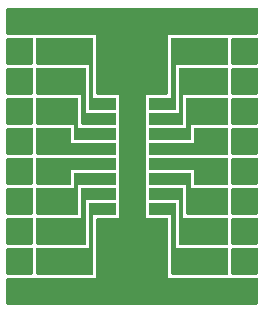
<source format=gbr>
%TF.GenerationSoftware,KiCad,Pcbnew,(6.0.10)*%
%TF.CreationDate,2023-01-04T22:27:33+01:00*%
%TF.ProjectId,SOIC-20 Breakout,534f4943-2d32-4302-9042-7265616b6f75,rev?*%
%TF.SameCoordinates,Original*%
%TF.FileFunction,Copper,L1,Top*%
%TF.FilePolarity,Positive*%
%FSLAX46Y46*%
G04 Gerber Fmt 4.6, Leading zero omitted, Abs format (unit mm)*
G04 Created by KiCad (PCBNEW (6.0.10)) date 2023-01-04 22:27:33*
%MOMM*%
%LPD*%
G01*
G04 APERTURE LIST*
G04 APERTURE END LIST*
%TA.AperFunction,NonConductor*%
G36*
X160509694Y-91585306D02*
G01*
X160528000Y-91629500D01*
X160528000Y-93790500D01*
X160509694Y-93834694D01*
X160465500Y-93853000D01*
X156083000Y-93853000D01*
X156083000Y-97600500D01*
X156064694Y-97644694D01*
X156020500Y-97663000D01*
X153859500Y-97663000D01*
X153815306Y-97644694D01*
X153797000Y-97600500D01*
X153797000Y-96709500D01*
X153815306Y-96665306D01*
X153859500Y-96647000D01*
X155702000Y-96647000D01*
X155702000Y-91629500D01*
X155720306Y-91585306D01*
X155764500Y-91567000D01*
X160465500Y-91567000D01*
X160509694Y-91585306D01*
G37*
%TD.AperFunction*%
%TA.AperFunction,NonConductor*%
G36*
X163010121Y-91587002D02*
G01*
X163056614Y-91640658D01*
X163068000Y-91693000D01*
X163068000Y-93727000D01*
X163047998Y-93795121D01*
X162994342Y-93841614D01*
X162942000Y-93853000D01*
X160908000Y-93853000D01*
X160839879Y-93832998D01*
X160793386Y-93779342D01*
X160782000Y-93727000D01*
X160782000Y-91693000D01*
X160802002Y-91624879D01*
X160855658Y-91578386D01*
X160908000Y-91567000D01*
X162942000Y-91567000D01*
X163010121Y-91587002D01*
G37*
%TD.AperFunction*%
%TA.AperFunction,NonConductor*%
G36*
X143960121Y-94127002D02*
G01*
X144006614Y-94180658D01*
X144018000Y-94233000D01*
X144018000Y-96267000D01*
X143997998Y-96335121D01*
X143944342Y-96381614D01*
X143892000Y-96393000D01*
X141858000Y-96393000D01*
X141789879Y-96372998D01*
X141743386Y-96319342D01*
X141732000Y-96267000D01*
X141732000Y-94233000D01*
X141752002Y-94164879D01*
X141805658Y-94118386D01*
X141858000Y-94107000D01*
X143892000Y-94107000D01*
X143960121Y-94127002D01*
G37*
%TD.AperFunction*%
%TA.AperFunction,NonConductor*%
G36*
X143960121Y-104287002D02*
G01*
X144006614Y-104340658D01*
X144018000Y-104393000D01*
X144018000Y-106427000D01*
X143997998Y-106495121D01*
X143944342Y-106541614D01*
X143892000Y-106553000D01*
X141858000Y-106553000D01*
X141789879Y-106532998D01*
X141743386Y-106479342D01*
X141732000Y-106427000D01*
X141732000Y-104393000D01*
X141752002Y-104324879D01*
X141805658Y-104278386D01*
X141858000Y-104267000D01*
X143892000Y-104267000D01*
X143960121Y-104287002D01*
G37*
%TD.AperFunction*%
%TA.AperFunction,NonConductor*%
G36*
X160509694Y-96665306D02*
G01*
X160528000Y-96709500D01*
X160528000Y-98870500D01*
X160509694Y-98914694D01*
X160465500Y-98933000D01*
X157353000Y-98933000D01*
X157353000Y-100140500D01*
X157334694Y-100184694D01*
X157290500Y-100203000D01*
X153859500Y-100203000D01*
X153815306Y-100184694D01*
X153797000Y-100140500D01*
X153797000Y-99249500D01*
X153815306Y-99205306D01*
X153859500Y-99187000D01*
X156972000Y-99187000D01*
X156972000Y-96709500D01*
X156990306Y-96665306D01*
X157034500Y-96647000D01*
X160465500Y-96647000D01*
X160509694Y-96665306D01*
G37*
%TD.AperFunction*%
%TA.AperFunction,NonConductor*%
G36*
X157334694Y-103015306D02*
G01*
X157353000Y-103059500D01*
X157353000Y-104267000D01*
X160465500Y-104267000D01*
X160509694Y-104285306D01*
X160528000Y-104329500D01*
X160528000Y-106490500D01*
X160509694Y-106534694D01*
X160465500Y-106553000D01*
X157034500Y-106553000D01*
X156990306Y-106534694D01*
X156972000Y-106490500D01*
X156972000Y-104013000D01*
X153859500Y-104013000D01*
X153815306Y-103994694D01*
X153797000Y-103950500D01*
X153797000Y-103059500D01*
X153815306Y-103015306D01*
X153859500Y-102997000D01*
X157290500Y-102997000D01*
X157334694Y-103015306D01*
G37*
%TD.AperFunction*%
%TA.AperFunction,NonConductor*%
G36*
X163010121Y-89047002D02*
G01*
X163056614Y-89100658D01*
X163068000Y-89153000D01*
X163068000Y-91187000D01*
X163047998Y-91255121D01*
X162994342Y-91301614D01*
X162942000Y-91313000D01*
X155448000Y-91313000D01*
X155448000Y-96267000D01*
X155427998Y-96335121D01*
X155374342Y-96381614D01*
X155322000Y-96393000D01*
X153543000Y-96393000D01*
X153543000Y-106807000D01*
X155322000Y-106807000D01*
X155390121Y-106827002D01*
X155436614Y-106880658D01*
X155448000Y-106933000D01*
X155448000Y-111887000D01*
X162942000Y-111887000D01*
X163010121Y-111907002D01*
X163056614Y-111960658D01*
X163068000Y-112013000D01*
X163068000Y-114047000D01*
X163047998Y-114115121D01*
X162994342Y-114161614D01*
X162942000Y-114173000D01*
X141858000Y-114173000D01*
X141789879Y-114152998D01*
X141743386Y-114099342D01*
X141732000Y-114047000D01*
X141732000Y-112013000D01*
X141752002Y-111944879D01*
X141805658Y-111898386D01*
X141858000Y-111887000D01*
X149352000Y-111887000D01*
X149352000Y-106933000D01*
X149372002Y-106864879D01*
X149425658Y-106818386D01*
X149478000Y-106807000D01*
X151257000Y-106807000D01*
X151257000Y-96393000D01*
X149478000Y-96393000D01*
X149409879Y-96372998D01*
X149363386Y-96319342D01*
X149352000Y-96267000D01*
X149352000Y-91313000D01*
X141858000Y-91313000D01*
X141789879Y-91292998D01*
X141743386Y-91239342D01*
X141732000Y-91187000D01*
X141732000Y-89153000D01*
X141752002Y-89084879D01*
X141805658Y-89038386D01*
X141858000Y-89027000D01*
X162942000Y-89027000D01*
X163010121Y-89047002D01*
G37*
%TD.AperFunction*%
%TA.AperFunction,NonConductor*%
G36*
X163010121Y-94127002D02*
G01*
X163056614Y-94180658D01*
X163068000Y-94233000D01*
X163068000Y-96267000D01*
X163047998Y-96335121D01*
X162994342Y-96381614D01*
X162942000Y-96393000D01*
X160908000Y-96393000D01*
X160839879Y-96372998D01*
X160793386Y-96319342D01*
X160782000Y-96267000D01*
X160782000Y-94233000D01*
X160802002Y-94164879D01*
X160855658Y-94118386D01*
X160908000Y-94107000D01*
X162942000Y-94107000D01*
X163010121Y-94127002D01*
G37*
%TD.AperFunction*%
%TA.AperFunction,NonConductor*%
G36*
X143960121Y-106827002D02*
G01*
X144006614Y-106880658D01*
X144018000Y-106933000D01*
X144018000Y-108967000D01*
X143997998Y-109035121D01*
X143944342Y-109081614D01*
X143892000Y-109093000D01*
X141858000Y-109093000D01*
X141789879Y-109072998D01*
X141743386Y-109019342D01*
X141732000Y-108967000D01*
X141732000Y-106933000D01*
X141752002Y-106864879D01*
X141805658Y-106818386D01*
X141858000Y-106807000D01*
X143892000Y-106807000D01*
X143960121Y-106827002D01*
G37*
%TD.AperFunction*%
%TA.AperFunction,NonConductor*%
G36*
X163010121Y-104287002D02*
G01*
X163056614Y-104340658D01*
X163068000Y-104393000D01*
X163068000Y-106427000D01*
X163047998Y-106495121D01*
X162994342Y-106541614D01*
X162942000Y-106553000D01*
X160908000Y-106553000D01*
X160839879Y-106532998D01*
X160793386Y-106479342D01*
X160782000Y-106427000D01*
X160782000Y-104393000D01*
X160802002Y-104324879D01*
X160855658Y-104278386D01*
X160908000Y-104267000D01*
X162942000Y-104267000D01*
X163010121Y-104287002D01*
G37*
%TD.AperFunction*%
%TA.AperFunction,NonConductor*%
G36*
X156699694Y-104285306D02*
G01*
X156718000Y-104329500D01*
X156718000Y-106807000D01*
X160465500Y-106807000D01*
X160509694Y-106825306D01*
X160528000Y-106869500D01*
X160528000Y-109030500D01*
X160509694Y-109074694D01*
X160465500Y-109093000D01*
X156399500Y-109093000D01*
X156355306Y-109074694D01*
X156337000Y-109030500D01*
X156337000Y-105283000D01*
X153859500Y-105283000D01*
X153815306Y-105264694D01*
X153797000Y-105220500D01*
X153797000Y-104329500D01*
X153815306Y-104285306D01*
X153859500Y-104267000D01*
X156655500Y-104267000D01*
X156699694Y-104285306D01*
G37*
%TD.AperFunction*%
%TA.AperFunction,NonConductor*%
G36*
X163010121Y-106827002D02*
G01*
X163056614Y-106880658D01*
X163068000Y-106933000D01*
X163068000Y-108967000D01*
X163047998Y-109035121D01*
X162994342Y-109081614D01*
X162942000Y-109093000D01*
X160908000Y-109093000D01*
X160839879Y-109072998D01*
X160793386Y-109019342D01*
X160782000Y-108967000D01*
X160782000Y-106933000D01*
X160802002Y-106864879D01*
X160855658Y-106818386D01*
X160908000Y-106807000D01*
X162942000Y-106807000D01*
X163010121Y-106827002D01*
G37*
%TD.AperFunction*%
%TA.AperFunction,NonConductor*%
G36*
X143960121Y-101747002D02*
G01*
X144006614Y-101800658D01*
X144018000Y-101853000D01*
X144018000Y-103887000D01*
X143997998Y-103955121D01*
X143944342Y-104001614D01*
X143892000Y-104013000D01*
X141858000Y-104013000D01*
X141789879Y-103992998D01*
X141743386Y-103939342D01*
X141732000Y-103887000D01*
X141732000Y-101853000D01*
X141752002Y-101784879D01*
X141805658Y-101738386D01*
X141858000Y-101727000D01*
X143892000Y-101727000D01*
X143960121Y-101747002D01*
G37*
%TD.AperFunction*%
%TA.AperFunction,NonConductor*%
G36*
X156064694Y-105555306D02*
G01*
X156083000Y-105599500D01*
X156083000Y-109347000D01*
X160465500Y-109347000D01*
X160509694Y-109365306D01*
X160528000Y-109409500D01*
X160528000Y-111570500D01*
X160509694Y-111614694D01*
X160465500Y-111633000D01*
X155764500Y-111633000D01*
X155720306Y-111614694D01*
X155702000Y-111570500D01*
X155702000Y-106553000D01*
X153859500Y-106553000D01*
X153815306Y-106534694D01*
X153797000Y-106490500D01*
X153797000Y-105599500D01*
X153815306Y-105555306D01*
X153859500Y-105537000D01*
X156020500Y-105537000D01*
X156064694Y-105555306D01*
G37*
%TD.AperFunction*%
%TA.AperFunction,NonConductor*%
G36*
X148444694Y-94125306D02*
G01*
X148463000Y-94169500D01*
X148463000Y-97917000D01*
X150940500Y-97917000D01*
X150984694Y-97935306D01*
X151003000Y-97979500D01*
X151003000Y-98870500D01*
X150984694Y-98914694D01*
X150940500Y-98933000D01*
X148144500Y-98933000D01*
X148100306Y-98914694D01*
X148082000Y-98870500D01*
X148082000Y-96393000D01*
X144334500Y-96393000D01*
X144290306Y-96374694D01*
X144272000Y-96330500D01*
X144272000Y-94169500D01*
X144290306Y-94125306D01*
X144334500Y-94107000D01*
X148400500Y-94107000D01*
X148444694Y-94125306D01*
G37*
%TD.AperFunction*%
%TA.AperFunction,NonConductor*%
G36*
X163010121Y-109367002D02*
G01*
X163056614Y-109420658D01*
X163068000Y-109473000D01*
X163068000Y-111507000D01*
X163047998Y-111575121D01*
X162994342Y-111621614D01*
X162942000Y-111633000D01*
X160908000Y-111633000D01*
X160839879Y-111612998D01*
X160793386Y-111559342D01*
X160782000Y-111507000D01*
X160782000Y-109473000D01*
X160802002Y-109404879D01*
X160855658Y-109358386D01*
X160908000Y-109347000D01*
X162942000Y-109347000D01*
X163010121Y-109367002D01*
G37*
%TD.AperFunction*%
%TA.AperFunction,NonConductor*%
G36*
X150984694Y-101745306D02*
G01*
X151003000Y-101789500D01*
X151003000Y-102680500D01*
X150984694Y-102724694D01*
X150940500Y-102743000D01*
X147193000Y-102743000D01*
X147193000Y-103950500D01*
X147174694Y-103994694D01*
X147130500Y-104013000D01*
X144334500Y-104013000D01*
X144290306Y-103994694D01*
X144272000Y-103950500D01*
X144272000Y-101789500D01*
X144290306Y-101745306D01*
X144334500Y-101727000D01*
X150940500Y-101727000D01*
X150984694Y-101745306D01*
G37*
%TD.AperFunction*%
%TA.AperFunction,NonConductor*%
G36*
X163010121Y-99207002D02*
G01*
X163056614Y-99260658D01*
X163068000Y-99313000D01*
X163068000Y-101347000D01*
X163047998Y-101415121D01*
X162994342Y-101461614D01*
X162942000Y-101473000D01*
X160908000Y-101473000D01*
X160839879Y-101452998D01*
X160793386Y-101399342D01*
X160782000Y-101347000D01*
X160782000Y-99313000D01*
X160802002Y-99244879D01*
X160855658Y-99198386D01*
X160908000Y-99187000D01*
X162942000Y-99187000D01*
X163010121Y-99207002D01*
G37*
%TD.AperFunction*%
%TA.AperFunction,NonConductor*%
G36*
X160509694Y-99205306D02*
G01*
X160528000Y-99249500D01*
X160528000Y-101410500D01*
X160509694Y-101454694D01*
X160465500Y-101473000D01*
X153859500Y-101473000D01*
X153815306Y-101454694D01*
X153797000Y-101410500D01*
X153797000Y-100519500D01*
X153815306Y-100475306D01*
X153859500Y-100457000D01*
X157607000Y-100457000D01*
X157607000Y-99249500D01*
X157625306Y-99205306D01*
X157669500Y-99187000D01*
X160465500Y-99187000D01*
X160509694Y-99205306D01*
G37*
%TD.AperFunction*%
%TA.AperFunction,NonConductor*%
G36*
X149079694Y-91585306D02*
G01*
X149098000Y-91629500D01*
X149098000Y-96647000D01*
X150940500Y-96647000D01*
X150984694Y-96665306D01*
X151003000Y-96709500D01*
X151003000Y-97600500D01*
X150984694Y-97644694D01*
X150940500Y-97663000D01*
X148779500Y-97663000D01*
X148735306Y-97644694D01*
X148717000Y-97600500D01*
X148717000Y-93853000D01*
X144334500Y-93853000D01*
X144290306Y-93834694D01*
X144272000Y-93790500D01*
X144272000Y-91629500D01*
X144290306Y-91585306D01*
X144334500Y-91567000D01*
X149035500Y-91567000D01*
X149079694Y-91585306D01*
G37*
%TD.AperFunction*%
%TA.AperFunction,NonConductor*%
G36*
X150984694Y-105555306D02*
G01*
X151003000Y-105599500D01*
X151003000Y-106490500D01*
X150984694Y-106534694D01*
X150940500Y-106553000D01*
X149098000Y-106553000D01*
X149098000Y-111570500D01*
X149079694Y-111614694D01*
X149035500Y-111633000D01*
X144334500Y-111633000D01*
X144290306Y-111614694D01*
X144272000Y-111570500D01*
X144272000Y-109409500D01*
X144290306Y-109365306D01*
X144334500Y-109347000D01*
X148717000Y-109347000D01*
X148717000Y-105599500D01*
X148735306Y-105555306D01*
X148779500Y-105537000D01*
X150940500Y-105537000D01*
X150984694Y-105555306D01*
G37*
%TD.AperFunction*%
%TA.AperFunction,NonConductor*%
G36*
X160509694Y-94125306D02*
G01*
X160528000Y-94169500D01*
X160528000Y-96330500D01*
X160509694Y-96374694D01*
X160465500Y-96393000D01*
X156718000Y-96393000D01*
X156718000Y-98870500D01*
X156699694Y-98914694D01*
X156655500Y-98933000D01*
X153859500Y-98933000D01*
X153815306Y-98914694D01*
X153797000Y-98870500D01*
X153797000Y-97979500D01*
X153815306Y-97935306D01*
X153859500Y-97917000D01*
X156337000Y-97917000D01*
X156337000Y-94169500D01*
X156355306Y-94125306D01*
X156399500Y-94107000D01*
X160465500Y-94107000D01*
X160509694Y-94125306D01*
G37*
%TD.AperFunction*%
%TA.AperFunction,NonConductor*%
G36*
X143960121Y-99207002D02*
G01*
X144006614Y-99260658D01*
X144018000Y-99313000D01*
X144018000Y-101347000D01*
X143997998Y-101415121D01*
X143944342Y-101461614D01*
X143892000Y-101473000D01*
X141858000Y-101473000D01*
X141789879Y-101452998D01*
X141743386Y-101399342D01*
X141732000Y-101347000D01*
X141732000Y-99313000D01*
X141752002Y-99244879D01*
X141805658Y-99198386D01*
X141858000Y-99187000D01*
X143892000Y-99187000D01*
X143960121Y-99207002D01*
G37*
%TD.AperFunction*%
%TA.AperFunction,NonConductor*%
G36*
X163010121Y-101747002D02*
G01*
X163056614Y-101800658D01*
X163068000Y-101853000D01*
X163068000Y-103887000D01*
X163047998Y-103955121D01*
X162994342Y-104001614D01*
X162942000Y-104013000D01*
X160908000Y-104013000D01*
X160839879Y-103992998D01*
X160793386Y-103939342D01*
X160782000Y-103887000D01*
X160782000Y-101853000D01*
X160802002Y-101784879D01*
X160855658Y-101738386D01*
X160908000Y-101727000D01*
X162942000Y-101727000D01*
X163010121Y-101747002D01*
G37*
%TD.AperFunction*%
%TA.AperFunction,NonConductor*%
G36*
X160509694Y-101745306D02*
G01*
X160528000Y-101789500D01*
X160528000Y-103950500D01*
X160509694Y-103994694D01*
X160465500Y-104013000D01*
X157669500Y-104013000D01*
X157625306Y-103994694D01*
X157607000Y-103950500D01*
X157607000Y-102743000D01*
X153859500Y-102743000D01*
X153815306Y-102724694D01*
X153797000Y-102680500D01*
X153797000Y-101789500D01*
X153815306Y-101745306D01*
X153859500Y-101727000D01*
X160465500Y-101727000D01*
X160509694Y-101745306D01*
G37*
%TD.AperFunction*%
%TA.AperFunction,NonConductor*%
G36*
X163010121Y-96667002D02*
G01*
X163056614Y-96720658D01*
X163068000Y-96773000D01*
X163068000Y-98807000D01*
X163047998Y-98875121D01*
X162994342Y-98921614D01*
X162942000Y-98933000D01*
X160908000Y-98933000D01*
X160839879Y-98912998D01*
X160793386Y-98859342D01*
X160782000Y-98807000D01*
X160782000Y-96773000D01*
X160802002Y-96704879D01*
X160855658Y-96658386D01*
X160908000Y-96647000D01*
X162942000Y-96647000D01*
X163010121Y-96667002D01*
G37*
%TD.AperFunction*%
%TA.AperFunction,NonConductor*%
G36*
X143960121Y-109367002D02*
G01*
X144006614Y-109420658D01*
X144018000Y-109473000D01*
X144018000Y-111507000D01*
X143997998Y-111575121D01*
X143944342Y-111621614D01*
X143892000Y-111633000D01*
X141858000Y-111633000D01*
X141789879Y-111612998D01*
X141743386Y-111559342D01*
X141732000Y-111507000D01*
X141732000Y-109473000D01*
X141752002Y-109404879D01*
X141805658Y-109358386D01*
X141858000Y-109347000D01*
X143892000Y-109347000D01*
X143960121Y-109367002D01*
G37*
%TD.AperFunction*%
%TA.AperFunction,NonConductor*%
G36*
X147809694Y-96665306D02*
G01*
X147828000Y-96709500D01*
X147828000Y-99187000D01*
X150940500Y-99187000D01*
X150984694Y-99205306D01*
X151003000Y-99249500D01*
X151003000Y-100140500D01*
X150984694Y-100184694D01*
X150940500Y-100203000D01*
X147509500Y-100203000D01*
X147465306Y-100184694D01*
X147447000Y-100140500D01*
X147447000Y-98933000D01*
X144334500Y-98933000D01*
X144290306Y-98914694D01*
X144272000Y-98870500D01*
X144272000Y-96709500D01*
X144290306Y-96665306D01*
X144334500Y-96647000D01*
X147765500Y-96647000D01*
X147809694Y-96665306D01*
G37*
%TD.AperFunction*%
%TA.AperFunction,NonConductor*%
G36*
X143960121Y-91587002D02*
G01*
X144006614Y-91640658D01*
X144018000Y-91693000D01*
X144018000Y-93727000D01*
X143997998Y-93795121D01*
X143944342Y-93841614D01*
X143892000Y-93853000D01*
X141858000Y-93853000D01*
X141789879Y-93832998D01*
X141743386Y-93779342D01*
X141732000Y-93727000D01*
X141732000Y-91693000D01*
X141752002Y-91624879D01*
X141805658Y-91578386D01*
X141858000Y-91567000D01*
X143892000Y-91567000D01*
X143960121Y-91587002D01*
G37*
%TD.AperFunction*%
%TA.AperFunction,NonConductor*%
G36*
X143960121Y-96667002D02*
G01*
X144006614Y-96720658D01*
X144018000Y-96773000D01*
X144018000Y-98807000D01*
X143997998Y-98875121D01*
X143944342Y-98921614D01*
X143892000Y-98933000D01*
X141858000Y-98933000D01*
X141789879Y-98912998D01*
X141743386Y-98859342D01*
X141732000Y-98807000D01*
X141732000Y-96773000D01*
X141752002Y-96704879D01*
X141805658Y-96658386D01*
X141858000Y-96647000D01*
X143892000Y-96647000D01*
X143960121Y-96667002D01*
G37*
%TD.AperFunction*%
%TA.AperFunction,NonConductor*%
G36*
X147174694Y-99205306D02*
G01*
X147193000Y-99249500D01*
X147193000Y-100457000D01*
X150940500Y-100457000D01*
X150984694Y-100475306D01*
X151003000Y-100519500D01*
X151003000Y-101410500D01*
X150984694Y-101454694D01*
X150940500Y-101473000D01*
X144334500Y-101473000D01*
X144290306Y-101454694D01*
X144272000Y-101410500D01*
X144272000Y-99249500D01*
X144290306Y-99205306D01*
X144334500Y-99187000D01*
X147130500Y-99187000D01*
X147174694Y-99205306D01*
G37*
%TD.AperFunction*%
%TA.AperFunction,NonConductor*%
G36*
X150984694Y-104285306D02*
G01*
X151003000Y-104329500D01*
X151003000Y-105220500D01*
X150984694Y-105264694D01*
X150940500Y-105283000D01*
X148463000Y-105283000D01*
X148463000Y-109030500D01*
X148444694Y-109074694D01*
X148400500Y-109093000D01*
X144334500Y-109093000D01*
X144290306Y-109074694D01*
X144272000Y-109030500D01*
X144272000Y-106869500D01*
X144290306Y-106825306D01*
X144334500Y-106807000D01*
X148082000Y-106807000D01*
X148082000Y-104329500D01*
X148100306Y-104285306D01*
X148144500Y-104267000D01*
X150940500Y-104267000D01*
X150984694Y-104285306D01*
G37*
%TD.AperFunction*%
%TA.AperFunction,NonConductor*%
G36*
X150984694Y-103015306D02*
G01*
X151003000Y-103059500D01*
X151003000Y-103950500D01*
X150984694Y-103994694D01*
X150940500Y-104013000D01*
X147828000Y-104013000D01*
X147828000Y-106490500D01*
X147809694Y-106534694D01*
X147765500Y-106553000D01*
X144334500Y-106553000D01*
X144290306Y-106534694D01*
X144272000Y-106490500D01*
X144272000Y-104329500D01*
X144290306Y-104285306D01*
X144334500Y-104267000D01*
X147447000Y-104267000D01*
X147447000Y-103059500D01*
X147465306Y-103015306D01*
X147509500Y-102997000D01*
X150940500Y-102997000D01*
X150984694Y-103015306D01*
G37*
%TD.AperFunction*%
M02*

</source>
